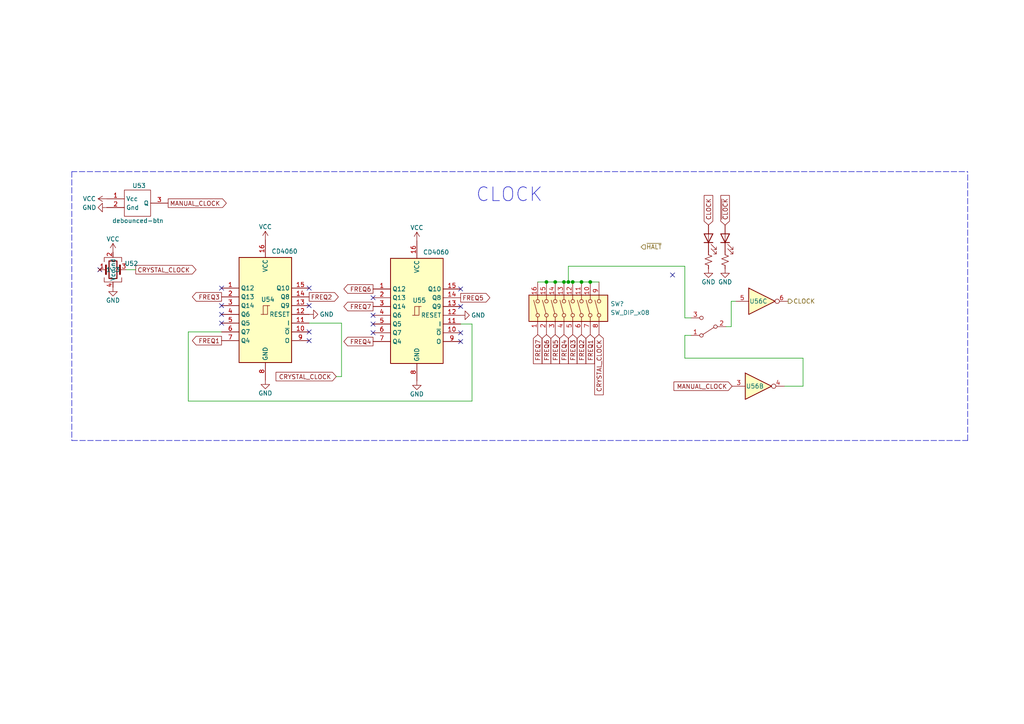
<source format=kicad_sch>
(kicad_sch (version 20211123) (generator eeschema)
  (paper "A4")
  (lib_symbols
    (symbol "74xx:74LS04"
      (property "Reference" "U" (at 0 1.27 0))
      (property "Value" "74LS04" (at 0 -1.27 0))
      (symbol "74LS04_1_0"
        (polyline (pts (xy -3.81 3.81) (xy -3.81 -3.81) (xy 3.81 0) (xy -3.81 3.81)) (stroke (width 0.254)) (fill (type background)))
        (pin input line (at -7.62 0 0) (length 3.81) (name "~") (number "1"))
        (pin output inverted (at 7.62 0 180) (length 3.81) (name "~") (number "2"))
      )
      (symbol "74LS04_2_0"
        (polyline (pts (xy -3.81 3.81) (xy -3.81 -3.81) (xy 3.81 0) (xy -3.81 3.81)) (stroke (width 0.254)) (fill (type background)))
        (pin input line (at -7.62 0 0) (length 3.81) (name "~") (number "3"))
        (pin output inverted (at 7.62 0 180) (length 3.81) (name "~") (number "4"))
      )
      (symbol "74LS04_3_0"
        (polyline (pts (xy -3.81 3.81) (xy -3.81 -3.81) (xy 3.81 0) (xy -3.81 3.81)) (stroke (width 0.254)) (fill (type background)))
        (pin input line (at -7.62 0 0) (length 3.81) (name "~") (number "5"))
        (pin output inverted (at 7.62 0 180) (length 3.81) (name "~") (number "6"))
      )
      (symbol "74LS04_4_0"
        (polyline (pts (xy -3.81 3.81) (xy -3.81 -3.81) (xy 3.81 0) (xy -3.81 3.81)) (stroke (width 0.254)) (fill (type background)))
        (pin output inverted (at 7.62 0 180) (length 3.81) (name "~") (number "8"))
        (pin input line (at -7.62 0 0) (length 3.81) (name "~") (number "9"))
      )
      (symbol "74LS04_5_0"
        (polyline (pts (xy -3.81 3.81) (xy -3.81 -3.81) (xy 3.81 0) (xy -3.81 3.81)) (stroke (width 0.254)) (fill (type background)))
        (pin output inverted (at 7.62 0 180) (length 3.81) (name "~") (number "10"))
        (pin input line (at -7.62 0 0) (length 3.81) (name "~") (number "11"))
      )
      (symbol "74LS04_6_0"
        (polyline (pts (xy -3.81 3.81) (xy -3.81 -3.81) (xy 3.81 0) (xy -3.81 3.81)) (stroke (width 0.254)) (fill (type background)))
        (pin output inverted (at 7.62 0 180) (length 3.81) (name "~") (number "12"))
        (pin input line (at -7.62 0 0) (length 3.81) (name "~") (number "13"))
      )
      (symbol "74LS04_7_0"
        (pin power_in line (at 0 12.7 270) (length 5.08) (name "VCC") (number "14"))
        (pin power_in line (at 0 -12.7 90) (length 5.08) (name "GND") (number "7"))
      )
      (symbol "74LS04_7_1"
        (rectangle (start -5.08 7.62) (end 5.08 -7.62) (stroke (width 0.254)) (fill (type background)))
      )
    )
    (symbol "Device:LED" (pin_numbers hide) (pin_names (offset 1.016) hide)
      (property "Reference" "D" (at 0 2.54 0))
      (property "Value" "LED" (at 0 -2.54 0))
      (symbol "LED_0_1"
        (polyline (pts (xy -1.27 -1.27) (xy -1.27 1.27)) (stroke (width 0.254)))
        (polyline (pts (xy -1.27 0) (xy 1.27 0)))
        (polyline (pts (xy 1.27 -1.27) (xy 1.27 1.27) (xy -1.27 0) (xy 1.27 -1.27)) (stroke (width 0.254)))
        (polyline (pts (xy -3.048 -0.762) (xy -4.572 -2.286) (xy -3.81 -2.286) (xy -4.572 -2.286) (xy -4.572 -1.524)))
        (polyline (pts (xy -1.778 -0.762) (xy -3.302 -2.286) (xy -2.54 -2.286) (xy -3.302 -2.286) (xy -3.302 -1.524)))
      )
      (symbol "LED_1_1"
        (pin passive line (at -3.81 0 0) (length 2.54) (name "K") (number "1"))
        (pin passive line (at 3.81 0 180) (length 2.54) (name "A") (number "2"))
      )
    )
    (symbol "Device:R_Small_US" (pin_numbers hide) (pin_names (offset 0.254) hide)
      (property "Reference" "R" (at 0.762 0.508 0))
      (property "Value" "R_Small_US" (at 0.762 -1.016 0))
      (symbol "R_Small_US_1_1"
        (polyline (pts (xy 0 0) (xy 1.016 -0.381) (xy 0 -0.762) (xy -1.016 -1.143) (xy 0 -1.524)))
        (polyline (pts (xy 0 1.524) (xy 1.016 1.143) (xy 0 0.762) (xy -1.016 0.381) (xy 0 0)))
        (pin passive line (at 0 2.54 270) (length 1.016) (name "~") (number "1"))
        (pin passive line (at 0 -2.54 90) (length 1.016) (name "~") (number "2"))
      )
    )
    (symbol "Stephen:CD4060"
      (property "Reference" "U" (at 0 35.56 0))
      (property "Value" "CD4060" (at 0 33.02 0))
      (symbol "CD4060_1_0"
        (polyline (pts (xy -0.635 -1.27) (xy -0.635 1.27) (xy 0.635 1.27)))
        (polyline (pts (xy -1.27 -1.27) (xy 0.635 -1.27) (xy 0.635 1.27) (xy 1.27 1.27)))
        (pin output line (at -12.7 6.35 0) (length 5.08) (name "Q12") (number "1"))
        (pin output line (at 12.7 -6.35 180) (length 5.08) (name "~{O}") (number "10"))
        (pin input line (at 12.7 -3.81 180) (length 5.08) (name "I") (number "11"))
        (pin input line (at 12.7 -1.27 180) (length 5.08) (name "RESET") (number "12"))
        (pin output line (at 12.7 1.27 180) (length 5.08) (name "Q9") (number "13"))
        (pin output line (at 12.7 3.81 180) (length 5.08) (name "Q8") (number "14"))
        (pin output line (at 12.7 6.35 180) (length 5.08) (name "Q10") (number "15"))
        (pin power_in line (at 0 20.32 270) (length 5.08) (name "VCC") (number "16"))
        (pin output line (at -12.7 3.81 0) (length 5.08) (name "Q13") (number "2"))
        (pin output line (at -12.7 1.27 0) (length 5.08) (name "Q14") (number "3"))
        (pin output line (at -12.7 -1.27 0) (length 5.08) (name "Q6") (number "4"))
        (pin output line (at -12.7 -3.81 0) (length 5.08) (name "Q5") (number "5"))
        (pin output line (at -12.7 -6.35 0) (length 5.08) (name "Q7") (number "6"))
        (pin output line (at -12.7 -8.89 0) (length 5.08) (name "Q4") (number "7"))
        (pin power_in line (at 0 -20.32 90) (length 5.08) (name "GND") (number "8"))
        (pin output line (at 12.7 -8.89 180) (length 5.08) (name "O") (number "9"))
      )
      (symbol "CD4060_1_1"
        (rectangle (start -7.62 15.24) (end 7.62 -15.24) (stroke (width 0.254)) (fill (type background)))
      )
    )
    (symbol "Stephen:DebouncedButton"
      (property "Reference" "U" (at 0 0 0))
      (property "Value" "DebouncedButton" (at 0 0 0))
      (symbol "DebouncedButton_0_1"
        (rectangle (start -3.81 -1.27) (end 3.81 -8.89))
      )
      (symbol "DebouncedButton_1_0"
        (pin power_in line (at -8.89 -3.81 0) (length 5.08) (name "Vcc") (number "1"))
        (pin power_in line (at -8.89 -6.35 0) (length 5.08) (name "Gnd") (number "2"))
        (pin output line (at 8.89 -5.08 180) (length 5.08) (name "Q") (number "3"))
      )
    )
    (symbol "Stephen:SMD_Crystal"
      (property "Reference" "U" (at 0 7.62 0))
      (property "Value" "SMD_Crystal" (at 0 5.08 0))
      (symbol "SMD_Crystal_0_1"
        (rectangle (start -1.143 -5.08) (end 1.143 -10.16) (stroke (width 0.3048)))
        (polyline (pts (xy -2.54 -7.62) (xy -2.032 -7.62)))
        (polyline (pts (xy -2.032 -8.89) (xy -2.032 -6.35)) (stroke (width 0.508)))
        (polyline (pts (xy 0 -11.43) (xy 0 -11.176)))
        (polyline (pts (xy 0 -4.064) (xy 0 -3.81)))
        (polyline (pts (xy 2.032 -8.89) (xy 2.032 -6.35)) (stroke (width 0.508)))
        (polyline (pts (xy 2.032 -7.62) (xy 2.54 -7.62)))
        (polyline (pts (xy -2.54 -9.906) (xy -2.54 -11.176) (xy 2.54 -11.176) (xy 2.54 -9.906)))
        (polyline (pts (xy -2.54 -5.334) (xy -2.54 -4.064) (xy 2.54 -4.064) (xy 2.54 -5.334)))
      )
      (symbol "SMD_Crystal_1_1"
        (pin no_connect line (at -3.81 -7.62 0) (length 1.27) (name "1") (number "1"))
        (pin power_in line (at 0 -2.54 270) (length 1.27) (name "Gnd") (number "2"))
        (pin passive line (at 3.81 -7.62 180) (length 1.27) (name "3") (number "3"))
        (pin power_in line (at 0 -12.7 90) (length 1.27) (name "Vcc") (number "4"))
      )
    )
    (symbol "Switch:SW_DIP_x08" (pin_names (offset 0) hide)
      (property "Reference" "SW" (at 0 13.97 0))
      (property "Value" "SW_DIP_x08" (at 0 -11.43 0))
      (symbol "SW_DIP_x08_0_0"
        (circle (center -2.032 -7.62) (radius 0.508))
        (circle (center -2.032 -5.08) (radius 0.508))
        (circle (center -2.032 -2.54) (radius 0.508))
        (circle (center -2.032 0) (radius 0.508))
        (circle (center -2.032 2.54) (radius 0.508))
        (circle (center -2.032 5.08) (radius 0.508))
        (circle (center -2.032 7.62) (radius 0.508))
        (circle (center -2.032 10.16) (radius 0.508))
        (polyline (pts (xy -1.524 -7.4676) (xy 2.3622 -6.4262)))
        (polyline (pts (xy -1.524 -4.9276) (xy 2.3622 -3.8862)))
        (polyline (pts (xy -1.524 -2.3876) (xy 2.3622 -1.3462)))
        (polyline (pts (xy -1.524 0.127) (xy 2.3622 1.1684)))
        (polyline (pts (xy -1.524 2.667) (xy 2.3622 3.7084)))
        (polyline (pts (xy -1.524 5.207) (xy 2.3622 6.2484)))
        (polyline (pts (xy -1.524 7.747) (xy 2.3622 8.7884)))
        (polyline (pts (xy -1.524 10.287) (xy 2.3622 11.3284)))
        (circle (center 2.032 -7.62) (radius 0.508))
        (circle (center 2.032 -5.08) (radius 0.508))
        (circle (center 2.032 -2.54) (radius 0.508))
        (circle (center 2.032 0) (radius 0.508))
        (circle (center 2.032 2.54) (radius 0.508))
        (circle (center 2.032 5.08) (radius 0.508))
        (circle (center 2.032 7.62) (radius 0.508))
        (circle (center 2.032 10.16) (radius 0.508))
      )
      (symbol "SW_DIP_x08_0_1"
        (rectangle (start -3.81 12.7) (end 3.81 -10.16) (stroke (width 0.254)) (fill (type background)))
      )
      (symbol "SW_DIP_x08_1_1"
        (pin passive line (at -7.62 10.16 0) (length 5.08) (name "~") (number "1"))
        (pin passive line (at 7.62 -5.08 180) (length 5.08) (name "~") (number "10"))
        (pin passive line (at 7.62 -2.54 180) (length 5.08) (name "~") (number "11"))
        (pin passive line (at 7.62 0 180) (length 5.08) (name "~") (number "12"))
        (pin passive line (at 7.62 2.54 180) (length 5.08) (name "~") (number "13"))
        (pin passive line (at 7.62 5.08 180) (length 5.08) (name "~") (number "14"))
        (pin passive line (at 7.62 7.62 180) (length 5.08) (name "~") (number "15"))
        (pin passive line (at 7.62 10.16 180) (length 5.08) (name "~") (number "16"))
        (pin passive line (at -7.62 7.62 0) (length 5.08) (name "~") (number "2"))
        (pin passive line (at -7.62 5.08 0) (length 5.08) (name "~") (number "3"))
        (pin passive line (at -7.62 2.54 0) (length 5.08) (name "~") (number "4"))
        (pin passive line (at -7.62 0 0) (length 5.08) (name "~") (number "5"))
        (pin passive line (at -7.62 -2.54 0) (length 5.08) (name "~") (number "6"))
        (pin passive line (at -7.62 -5.08 0) (length 5.08) (name "~") (number "7"))
        (pin passive line (at -7.62 -7.62 0) (length 5.08) (name "~") (number "8"))
        (pin passive line (at 7.62 -7.62 180) (length 5.08) (name "~") (number "9"))
      )
    )
    (symbol "Switch:SW_SPDT" (pin_names (offset 0) hide)
      (property "Reference" "SW" (at 0 4.318 0))
      (property "Value" "SW_SPDT" (at 0 -5.08 0))
      (symbol "SW_SPDT_0_0"
        (circle (center -2.032 0) (radius 0.508))
        (circle (center 2.032 -2.54) (radius 0.508))
      )
      (symbol "SW_SPDT_0_1"
        (polyline (pts (xy -1.524 0.254) (xy 1.651 2.286)))
        (circle (center 2.032 2.54) (radius 0.508))
      )
      (symbol "SW_SPDT_1_1"
        (pin passive line (at 5.08 2.54 180) (length 2.54) (name "A") (number "1"))
        (pin passive line (at -5.08 0 0) (length 2.54) (name "B") (number "2"))
        (pin passive line (at 5.08 -2.54 180) (length 2.54) (name "C") (number "3"))
      )
    )
    (symbol "power:GND" (power) (pin_names (offset 0))
      (property "Value" "GND" (at 0 -3.81 0))
      (symbol "GND_0_1"
        (polyline (pts (xy 0 0) (xy 0 -1.27) (xy 1.27 -1.27) (xy 0 -2.54) (xy -1.27 -1.27) (xy 0 -1.27)))
      )
      (symbol "GND_1_1"
        (pin power_in line (at 0 0 270) (length 0) hide (name "GND") (number "1"))
      )
    )
    (symbol "power:VCC" (power) (pin_names (offset 0))
      (property "Value" "VCC" (at 0 3.81 0))
      (symbol "VCC_0_1"
        (polyline (pts (xy -0.762 1.27) (xy 0 2.54)))
        (polyline (pts (xy 0 0) (xy 0 2.54)))
        (polyline (pts (xy 0 2.54) (xy 0.762 1.27)))
      )
      (symbol "VCC_1_1"
        (pin power_in line (at 0 0 90) (length 0) hide (name "VCC") (number "1"))
      )
    )
  )
  (junction (at 168.656 81.788))
  (junction (at 171.196 81.788))
  (junction (at 158.496 81.788))
  (junction (at 166.116 81.788))
  (junction (at 161.036 81.788))
  (junction (at 164.846 81.788))
  (junction (at 163.576 81.788))
  (no_connect (at 108.204 91.44))
  (no_connect (at 89.662 83.566))
  (no_connect (at 89.662 96.266))
  (no_connect (at 64.262 91.186))
  (no_connect (at 108.204 96.52))
  (no_connect (at 89.662 88.646))
  (no_connect (at 133.604 99.06))
  (no_connect (at 89.662 98.806))
  (no_connect (at 133.604 88.9))
  (no_connect (at 133.604 83.82))
  (no_connect (at 108.204 86.36))
  (no_connect (at 64.262 93.726))
  (no_connect (at 195.072 79.756))
  (no_connect (at 28.956 78.232))
  (no_connect (at 108.204 93.98))
  (no_connect (at 133.604 96.52))
  (no_connect (at 64.262 83.566))
  (no_connect (at 64.262 88.646))
  (wire (pts (xy 155.956 81.788) (xy 158.496 81.788)))
  (wire (pts (xy 136.906 93.98) (xy 133.604 93.98)))
  (wire (pts (xy 232.918 103.886) (xy 198.628 103.886)))
  (polyline (pts (xy 20.828 127.762) (xy 280.67 127.762)))
  (wire (pts (xy 168.656 81.788) (xy 171.196 81.788)))
  (wire (pts (xy 198.628 103.886) (xy 198.628 97.282)))
  (wire (pts (xy 64.262 96.266) (xy 54.61 96.266)))
  (polyline (pts (xy 20.828 49.784) (xy 20.828 127.762)))
  (wire (pts (xy 158.496 81.788) (xy 161.036 81.788)))
  (wire (pts (xy 39.37 78.232) (xy 36.576 78.232)))
  (wire (pts (xy 198.628 92.202) (xy 200.406 92.202)))
  (wire (pts (xy 227.584 112.014) (xy 232.918 112.014)))
  (wire (pts (xy 136.906 116.332) (xy 136.906 93.98)))
  (polyline (pts (xy 280.67 127.762) (xy 280.67 49.784)))
  (polyline (pts (xy 147.828 49.784) (xy 280.67 49.784)))
  (wire (pts (xy 54.61 96.266) (xy 54.61 116.332)))
  (wire (pts (xy 212.09 94.742) (xy 212.09 87.376)))
  (wire (pts (xy 166.116 81.788) (xy 168.656 81.788)))
  (wire (pts (xy 164.846 81.788) (xy 164.846 77.216)))
  (wire (pts (xy 161.036 81.788) (xy 163.576 81.788)))
  (wire (pts (xy 99.06 109.22) (xy 99.06 93.726)))
  (wire (pts (xy 210.566 94.742) (xy 212.09 94.742)))
  (wire (pts (xy 198.628 77.216) (xy 198.628 92.202)))
  (wire (pts (xy 232.918 112.014) (xy 232.918 103.886)))
  (wire (pts (xy 54.61 116.332) (xy 136.906 116.332)))
  (wire (pts (xy 99.06 93.726) (xy 89.662 93.726)))
  (wire (pts (xy 164.846 77.216) (xy 198.628 77.216)))
  (wire (pts (xy 97.536 109.22) (xy 99.06 109.22)))
  (polyline (pts (xy 148.082 49.784) (xy 20.828 49.784)))
  (wire (pts (xy 212.09 87.376) (xy 213.36 87.376)))
  (wire (pts (xy 198.628 97.282) (xy 200.406 97.282)))
  (wire (pts (xy 171.196 81.788) (xy 173.736 81.788)))
  (wire (pts (xy 163.576 81.788) (xy 164.846 81.788)))
  (wire (pts (xy 164.846 81.788) (xy 166.116 81.788)))
  (text "CLOCK" (at 137.922 58.928 0) (effects (font (size 4 4)) (justify left bottom)))
  (global_label "FREQ1" (shape output) (at 64.262 98.806 180) (property "Intersheet References" "${INTERSHEET_REFS}" (effects hide)))
  (global_label "CRYSTAL_CLOCK" (shape input) (at 97.536 109.22 180) (property "Intersheet References" "${INTERSHEET_REFS}" (effects hide)))
  (global_label "MANUAL_CLOCK" (shape input) (at 212.344 112.014 180) (property "Intersheet References" "${INTERSHEET_REFS}" (effects hide)))
  (global_label "~{CLOCK}" (shape input) (at 210.312 65.278 90) (property "Intersheet References" "${INTERSHEET_REFS}" (effects hide)))
  (global_label "FREQ3" (shape input) (at 166.116 97.028 270) (property "Intersheet References" "${INTERSHEET_REFS}" (effects hide)))
  (global_label "FREQ2" (shape output) (at 89.662 86.106 0) (property "Intersheet References" "${INTERSHEET_REFS}" (effects hide)))
  (global_label "FREQ7" (shape input) (at 155.956 97.028 270) (property "Intersheet References" "${INTERSHEET_REFS}" (effects hide)))
  (global_label "FREQ5" (shape output) (at 133.604 86.36 0) (property "Intersheet References" "${INTERSHEET_REFS}" (effects hide)))
  (global_label "MANUAL_CLOCK" (shape output) (at 48.768 58.928 0) (property "Intersheet References" "${INTERSHEET_REFS}" (effects hide)))
  (global_label "FREQ1" (shape input) (at 171.196 97.028 270) (property "Intersheet References" "${INTERSHEET_REFS}" (effects hide)))
  (global_label "CLOCK" (shape input) (at 205.486 65.278 90) (property "Intersheet References" "${INTERSHEET_REFS}" (effects hide)))
  (global_label "CRYSTAL_CLOCK" (shape input) (at 173.736 97.028 270) (property "Intersheet References" "${INTERSHEET_REFS}" (effects hide)))
  (global_label "FREQ6" (shape input) (at 158.496 97.028 270) (property "Intersheet References" "${INTERSHEET_REFS}" (effects hide)))
  (global_label "FREQ4" (shape output) (at 108.204 99.06 180) (property "Intersheet References" "${INTERSHEET_REFS}" (effects hide)))
  (global_label "FREQ6" (shape output) (at 108.204 83.82 180) (property "Intersheet References" "${INTERSHEET_REFS}" (effects hide)))
  (global_label "FREQ3" (shape output) (at 64.262 86.106 180) (property "Intersheet References" "${INTERSHEET_REFS}" (effects hide)))
  (global_label "FREQ2" (shape input) (at 168.656 97.028 270) (property "Intersheet References" "${INTERSHEET_REFS}" (effects hide)))
  (global_label "FREQ5" (shape input) (at 161.036 97.028 270) (property "Intersheet References" "${INTERSHEET_REFS}" (effects hide)))
  (global_label "FREQ7" (shape output) (at 108.204 88.9 180) (property "Intersheet References" "${INTERSHEET_REFS}" (effects hide)))
  (global_label "FREQ4" (shape input) (at 163.576 97.028 270) (property "Intersheet References" "${INTERSHEET_REFS}" (effects hide)))
  (global_label "CRYSTAL_CLOCK" (shape output) (at 39.37 78.232 0) (property "Intersheet References" "${INTERSHEET_REFS}" (effects hide)))
  (hierarchical_label "CLOCK" (shape output) (at 228.6 87.376 0))
  (hierarchical_label "~{HALT}" (shape input) (at 185.928 71.628 0))
  (symbol (lib_id "power:GND") (at 205.486 77.978 0) (unit 1)
    (property "Reference" "#PWR0227" (effects hide))
    (property "Value" "GND" (at 205.486 81.788 0))
  )
  (symbol (lib_id "Switch:SW_DIP_x08") (at 166.116 89.408 90) (unit 1)
    (property "Reference" "SW?" (at 177.038 88.1379 90) (effects (justify right)))
    (property "Value" "SW_DIP_x08" (at 177.038 90.6779 90) (effects (justify right)))
    (property "Footprint" "Button_Switch_THT:SW_DIP_SPSTx08_Slide_9.78x22.5mm_W7.62mm_P2.54mm" (effects hide))
  )
  (symbol (lib_id "Device:R_Small_US") (at 205.486 75.438 0) (unit 1)
    (property "Reference" "R109" (effects hide))
    (property "Value" "R_Small_US" (effects hide))
    (property "Footprint" "Resistor_SMD:R_0805_2012Metric" (effects hide))
  )
  (symbol (lib_id "Stephen:SMD_Crystal") (at 32.766 70.612 0) (unit 1)
    (property "Reference" "U52" (at 38.1 76.4413 0))
    (property "Value" "SMD_Crystal" (effects hide))
    (property "Footprint" "Stephenv6:CFPS-72 SMD Clock" (effects hide))
  )
  (symbol (lib_id "74xx:74LS04") (at 220.98 87.376 0) (unit 3)
    (property "Reference" "U56" (at 219.964 87.376 0))
    (property "Value" "74LS04" (effects hide))
    (property "Footprint" "Package_SO:TSSOP-14_4.4x5mm_P0.65mm" (effects hide))
    (property "Datasheet" "http://www.ti.com/lit/gpn/sn74LS04" (effects hide))
  )
  (symbol (lib_id "Device:LED") (at 205.486 69.088 90) (unit 1)
    (property "Reference" "D109" (effects hide))
    (property "Value" "LED" (effects hide))
    (property "Footprint" "Stephenv6:LED_BLUE_0805_2012Metric" (effects hide))
  )
  (symbol (lib_id "power:GND") (at 32.766 83.312 0) (mirror y) (unit 1)
    (property "Reference" "#PWR0220" (effects hide))
    (property "Value" "GND" (at 32.766 87.122 0))
  )
  (symbol (lib_id "power:GND") (at 89.662 91.186 90) (unit 1)
    (property "Reference" "#PWR0223" (effects hide))
    (property "Value" "GND" (at 94.742 91.186 90))
  )
  (symbol (lib_id "74xx:74LS04") (at 219.964 112.014 0) (unit 2)
    (property "Reference" "U56" (at 218.948 112.014 0))
    (property "Value" "74LS04" (effects hide))
    (property "Footprint" "Package_SO:TSSOP-14_4.4x5mm_P0.65mm" (effects hide))
    (property "Datasheet" "http://www.ti.com/lit/gpn/sn74LS04" (effects hide))
  )
  (symbol (lib_id "Device:LED") (at 210.312 69.088 90) (unit 1)
    (property "Reference" "D110" (effects hide))
    (property "Value" "LED" (effects hide))
    (property "Footprint" "Stephenv6:LED_BLUE_0805_2012Metric" (effects hide))
  )
  (symbol (lib_id "power:GND") (at 210.312 77.978 0) (unit 1)
    (property "Reference" "#PWR0228" (effects hide))
    (property "Value" "GND" (at 210.312 81.788 0))
  )
  (symbol (lib_id "power:GND") (at 133.604 91.44 90) (unit 1)
    (property "Reference" "#PWR0226" (effects hide))
    (property "Value" "GND" (at 138.684 91.44 90))
  )
  (symbol (lib_id "Stephen:CD4060") (at 76.962 89.916 0) (unit 1)
    (property "Reference" "U54" (at 75.692 86.868 0) (effects (justify left)))
    (property "Value" "CD4060" (at 78.74 72.898 0) (effects (justify left)))
    (property "Footprint" "Package_SO:SOIC-16_3.9x9.9mm_P1.27mm" (effects hide))
  )
  (symbol (lib_id "Stephen:CD4060") (at 120.904 90.17 0) (unit 1)
    (property "Reference" "U55" (at 119.634 87.122 0) (effects (justify left)))
    (property "Value" "CD4060" (at 122.682 73.152 0) (effects (justify left)))
    (property "Footprint" "Package_SO:SOIC-16_3.9x9.9mm_P1.27mm" (effects hide))
  )
  (symbol (lib_id "power:VCC") (at 30.988 57.658 90) (mirror x) (unit 1)
    (property "Reference" "#PWR0217" (effects hide))
    (property "Value" "VCC" (at 25.908 57.658 90))
  )
  (symbol (lib_id "power:VCC") (at 32.766 73.152 0) (mirror y) (unit 1)
    (property "Reference" "#PWR0219" (effects hide))
    (property "Value" "VCC" (at 32.766 69.342 0))
  )
  (symbol (lib_id "power:VCC") (at 76.962 69.596 0) (mirror y) (unit 1)
    (property "Reference" "#PWR0221" (effects hide))
    (property "Value" "VCC" (at 76.962 65.786 0))
  )
  (symbol (lib_id "Stephen:DebouncedButton") (at 39.878 53.848 0) (unit 1)
    (property "Reference" "U53" (at 38.354 53.848 0) (effects (justify left)))
    (property "Value" "debounced-btn" (at 32.512 64.008 0) (effects (justify left)))
    (property "Footprint" "Stephenv6:breakout-debounce-btn" (effects hide))
  )
  (symbol (lib_id "power:GND") (at 120.904 110.49 0) (unit 1)
    (property "Reference" "#PWR0225" (effects hide))
    (property "Value" "GND" (at 120.904 114.3 0))
  )
  (symbol (lib_id "power:VCC") (at 120.904 69.85 0) (mirror y) (unit 1)
    (property "Reference" "#PWR0224" (effects hide))
    (property "Value" "VCC" (at 120.904 66.04 0))
  )
  (symbol (lib_id "Switch:SW_SPDT") (at 205.486 94.742 180) (unit 1)
    (property "Reference" "SW1" (effects hide))
    (property "Value" "SW_SPDT" (effects hide))
    (property "Footprint" "Stephenv6:THT-DPDT" (effects hide))
  )
  (symbol (lib_id "power:GND") (at 76.962 110.236 0) (unit 1)
    (property "Reference" "#PWR0222" (effects hide))
    (property "Value" "GND" (at 76.962 114.046 0))
  )
  (symbol (lib_id "Device:R_Small_US") (at 210.312 75.438 0) (unit 1)
    (property "Reference" "R110" (effects hide))
    (property "Value" "R_Small_US" (effects hide))
    (property "Footprint" "Resistor_SMD:R_0805_2012Metric" (effects hide))
  )
  (symbol (lib_id "power:GND") (at 30.988 60.198 270) (unit 1)
    (property "Reference" "#PWR0218" (effects hide))
    (property "Value" "GND" (at 25.908 60.198 90))
  )
)
</source>
